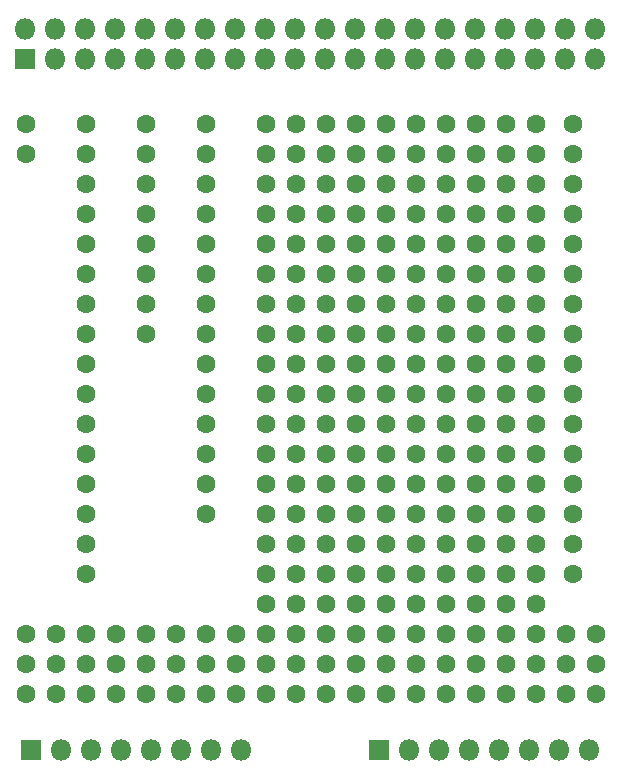
<source format=gbs>
%TF.GenerationSoftware,KiCad,Pcbnew,(5.0.0)*%
%TF.CreationDate,2018-10-23T17:17:04+02:00*%
%TF.ProjectId,S80 Breakout 2in,53383020427265616B6F75742032696E,1.0*%
%TF.SameCoordinates,Original*%
%TF.FileFunction,Soldermask,Bot*%
%TF.FilePolarity,Negative*%
%FSLAX46Y46*%
G04 Gerber Fmt 4.6, Leading zero omitted, Abs format (unit mm)*
G04 Created by KiCad (PCBNEW (5.0.0)) date 10/23/18 17:17:04*
%MOMM*%
%LPD*%
G01*
G04 APERTURE LIST*
%ADD10O,1.801600X1.801600*%
%ADD11R,1.801600X1.801600*%
%ADD12C,1.601600*%
G04 APERTURE END LIST*
D10*
X100304600Y-59207400D03*
X100304600Y-61747400D03*
X97764600Y-59207400D03*
X97764600Y-61747400D03*
X95224600Y-59207400D03*
X95224600Y-61747400D03*
X92684600Y-59207400D03*
X92684600Y-61747400D03*
X90144600Y-59207400D03*
X90144600Y-61747400D03*
X87604600Y-59207400D03*
X87604600Y-61747400D03*
X85064600Y-59207400D03*
X85064600Y-61747400D03*
X82524600Y-59207400D03*
X82524600Y-61747400D03*
X79984600Y-59207400D03*
X79984600Y-61747400D03*
X77444600Y-59207400D03*
X77444600Y-61747400D03*
X74904600Y-59207400D03*
X74904600Y-61747400D03*
X72364600Y-59207400D03*
X72364600Y-61747400D03*
X69824600Y-59207400D03*
X69824600Y-61747400D03*
X67284600Y-59207400D03*
X67284600Y-61747400D03*
X64744600Y-59207400D03*
X64744600Y-61747400D03*
X62204600Y-59207400D03*
X62204600Y-61747400D03*
X59664600Y-59207400D03*
X59664600Y-61747400D03*
X57124600Y-59207400D03*
X57124600Y-61747400D03*
X54584600Y-59207400D03*
X54584600Y-61747400D03*
X52044600Y-59207400D03*
D11*
X52044600Y-61747400D03*
D12*
X95250000Y-107950000D03*
X95250000Y-95250000D03*
X95250000Y-80010000D03*
X95250000Y-67310000D03*
X95250000Y-90170000D03*
X95250000Y-92710000D03*
X95250000Y-69850000D03*
X95250000Y-97790000D03*
X95250000Y-74930000D03*
X95250000Y-102870000D03*
X95250000Y-82550000D03*
X95250000Y-85090000D03*
X95250000Y-100330000D03*
X95250000Y-72390000D03*
X95250000Y-105410000D03*
X95250000Y-87630000D03*
X95250000Y-77470000D03*
X92710000Y-67310000D03*
X100330000Y-115570000D03*
X100330000Y-113030000D03*
X100330000Y-110490000D03*
X92710000Y-107950000D03*
X92710000Y-105410000D03*
X92710000Y-102870000D03*
X92710000Y-100330000D03*
X92710000Y-97790000D03*
X92710000Y-95250000D03*
X92710000Y-92710000D03*
X92710000Y-90170000D03*
X92710000Y-87630000D03*
X92710000Y-85090000D03*
X92710000Y-82550000D03*
X92710000Y-80010000D03*
X92710000Y-77470000D03*
X92710000Y-74930000D03*
X92710000Y-72390000D03*
X92710000Y-69850000D03*
X57150000Y-110490000D03*
X54610000Y-113030000D03*
X54610000Y-115570000D03*
X52070000Y-110490000D03*
X57150000Y-115570000D03*
X57150000Y-113030000D03*
X54610000Y-110490000D03*
X52070000Y-115570000D03*
X52070000Y-113030000D03*
X67310000Y-115570000D03*
X67310000Y-113030000D03*
X67310000Y-110490000D03*
X74930000Y-110490000D03*
X64770000Y-115570000D03*
X64770000Y-113030000D03*
X64770000Y-110490000D03*
X62230000Y-115570000D03*
X62230000Y-113030000D03*
X62230000Y-110490000D03*
X77470000Y-115570000D03*
X77470000Y-113030000D03*
X77470000Y-110490000D03*
X74930000Y-115570000D03*
X74930000Y-113030000D03*
X72390000Y-115570000D03*
X72390000Y-113030000D03*
X72390000Y-110490000D03*
X69850000Y-115570000D03*
X69850000Y-113030000D03*
X69850000Y-110490000D03*
X59690000Y-115570000D03*
X59690000Y-113030000D03*
X59690000Y-110490000D03*
X97790000Y-115570000D03*
X97790000Y-113030000D03*
X97790000Y-110490000D03*
X90170000Y-107950000D03*
X90170000Y-105410000D03*
X90170000Y-102870000D03*
X90170000Y-100330000D03*
X90170000Y-97790000D03*
X90170000Y-95250000D03*
X90170000Y-92710000D03*
X90170000Y-90170000D03*
X90170000Y-87630000D03*
X90170000Y-85090000D03*
X90170000Y-82550000D03*
X90170000Y-80010000D03*
X90170000Y-77470000D03*
X90170000Y-74930000D03*
X90170000Y-72390000D03*
X90170000Y-69850000D03*
X95250000Y-115570000D03*
X95250000Y-113030000D03*
X95250000Y-110490000D03*
X87630000Y-107950000D03*
X87630000Y-105410000D03*
X87630000Y-102870000D03*
X87630000Y-100330000D03*
X87630000Y-97790000D03*
X87630000Y-95250000D03*
X87630000Y-92710000D03*
X87630000Y-90170000D03*
X87630000Y-87630000D03*
X87630000Y-85090000D03*
X87630000Y-82550000D03*
X87630000Y-80010000D03*
X87630000Y-77470000D03*
X87630000Y-74930000D03*
X87630000Y-72390000D03*
X87630000Y-69850000D03*
X92710000Y-115570000D03*
X92710000Y-113030000D03*
X92710000Y-110490000D03*
X85090000Y-107950000D03*
X85090000Y-105410000D03*
X85090000Y-102870000D03*
X85090000Y-100330000D03*
X85090000Y-97790000D03*
X85090000Y-95250000D03*
X85090000Y-92710000D03*
X85090000Y-90170000D03*
X85090000Y-87630000D03*
X85090000Y-85090000D03*
X85090000Y-82550000D03*
X85090000Y-80010000D03*
X85090000Y-77470000D03*
X85090000Y-74930000D03*
X85090000Y-72390000D03*
X85090000Y-69850000D03*
X90170000Y-115570000D03*
X90170000Y-113030000D03*
X90170000Y-110490000D03*
X82550000Y-107950000D03*
X82550000Y-105410000D03*
X82550000Y-102870000D03*
X82550000Y-100330000D03*
X82550000Y-97790000D03*
X82550000Y-95250000D03*
X82550000Y-92710000D03*
X82550000Y-90170000D03*
X82550000Y-87630000D03*
X82550000Y-85090000D03*
X82550000Y-82550000D03*
X82550000Y-80010000D03*
X82550000Y-77470000D03*
X82550000Y-74930000D03*
X82550000Y-72390000D03*
X82550000Y-69850000D03*
X87630000Y-115570000D03*
X87630000Y-113030000D03*
X87630000Y-110490000D03*
X80010000Y-107950000D03*
X80010000Y-105410000D03*
X80010000Y-102870000D03*
X80010000Y-100330000D03*
X80010000Y-97790000D03*
X80010000Y-95250000D03*
X80010000Y-92710000D03*
X80010000Y-90170000D03*
X80010000Y-87630000D03*
X80010000Y-85090000D03*
X80010000Y-82550000D03*
X80010000Y-80010000D03*
X80010000Y-77470000D03*
X80010000Y-74930000D03*
X80010000Y-72390000D03*
X80010000Y-69850000D03*
X85090000Y-115570000D03*
X85090000Y-113030000D03*
X85090000Y-110490000D03*
X77470000Y-107950000D03*
X77470000Y-105410000D03*
X77470000Y-102870000D03*
X77470000Y-100330000D03*
X77470000Y-97790000D03*
X77470000Y-95250000D03*
X77470000Y-92710000D03*
X77470000Y-90170000D03*
X77470000Y-87630000D03*
X77470000Y-85090000D03*
X77470000Y-82550000D03*
X77470000Y-80010000D03*
X77470000Y-77470000D03*
X77470000Y-74930000D03*
X77470000Y-72390000D03*
X77470000Y-69850000D03*
X82550000Y-115570000D03*
X82550000Y-113030000D03*
X82550000Y-110490000D03*
X74930000Y-107950000D03*
X74930000Y-105410000D03*
X74930000Y-102870000D03*
X74930000Y-100330000D03*
X74930000Y-97790000D03*
X74930000Y-95250000D03*
X74930000Y-92710000D03*
X74930000Y-90170000D03*
X74930000Y-87630000D03*
X74930000Y-85090000D03*
X74930000Y-82550000D03*
X74930000Y-80010000D03*
X74930000Y-77470000D03*
X74930000Y-74930000D03*
X74930000Y-72390000D03*
X74930000Y-69850000D03*
X80010000Y-115570000D03*
X80010000Y-113030000D03*
X80010000Y-110490000D03*
X72390000Y-107950000D03*
X72390000Y-105410000D03*
X72390000Y-102870000D03*
X72390000Y-100330000D03*
X72390000Y-97790000D03*
X72390000Y-95250000D03*
X72390000Y-92710000D03*
X72390000Y-90170000D03*
X72390000Y-87630000D03*
X72390000Y-85090000D03*
X72390000Y-82550000D03*
X72390000Y-80010000D03*
X72390000Y-77470000D03*
X72390000Y-74930000D03*
X72390000Y-72390000D03*
X72390000Y-69850000D03*
X90170000Y-67310000D03*
X87630000Y-67310000D03*
X85090000Y-67310000D03*
X82550000Y-67310000D03*
X80010000Y-67310000D03*
X77470000Y-67310000D03*
X74930000Y-67310000D03*
X57150000Y-67310000D03*
X57150000Y-69850000D03*
X57150000Y-72390000D03*
X57150000Y-74930000D03*
X57150000Y-77470000D03*
X57150000Y-80010000D03*
X57150000Y-82550000D03*
X57150000Y-85090000D03*
X57150000Y-87630000D03*
X57150000Y-90170000D03*
X57150000Y-92710000D03*
X57150000Y-95250000D03*
X57150000Y-97790000D03*
X57150000Y-100330000D03*
X57150000Y-102870000D03*
X57150000Y-105410000D03*
X62230000Y-67310000D03*
X62230000Y-69850000D03*
X62230000Y-72390000D03*
X62230000Y-74930000D03*
X62230000Y-77470000D03*
X62230000Y-80010000D03*
X62230000Y-82550000D03*
X62230000Y-85090000D03*
X67310000Y-67310000D03*
X67310000Y-69850000D03*
X67310000Y-72390000D03*
X67310000Y-74930000D03*
X67310000Y-77470000D03*
X67310000Y-80010000D03*
X67310000Y-82550000D03*
X67310000Y-85090000D03*
X67310000Y-87630000D03*
X67310000Y-90170000D03*
X67310000Y-92710000D03*
X67310000Y-95250000D03*
X67310000Y-97790000D03*
X67310000Y-100330000D03*
X52070000Y-67310000D03*
X52070000Y-69850000D03*
X98425000Y-67310000D03*
X98425000Y-69850000D03*
X98425000Y-72390000D03*
X98425000Y-74930000D03*
X98425000Y-77470000D03*
X98425000Y-80010000D03*
X98425000Y-82550000D03*
X98425000Y-85090000D03*
X98425000Y-87630000D03*
X98425000Y-90170000D03*
X98425000Y-92710000D03*
X98425000Y-95250000D03*
X98425000Y-97790000D03*
X98425000Y-100330000D03*
X98425000Y-102870000D03*
X98425000Y-105410000D03*
X72390000Y-67310000D03*
D10*
X70281800Y-120269000D03*
X67741800Y-120269000D03*
X65201800Y-120269000D03*
X62661800Y-120269000D03*
X60121800Y-120269000D03*
X57581800Y-120269000D03*
X55041800Y-120269000D03*
D11*
X52501800Y-120269000D03*
D10*
X99745800Y-120269000D03*
X97205800Y-120269000D03*
X94665800Y-120269000D03*
X92125800Y-120269000D03*
X89585800Y-120269000D03*
X87045800Y-120269000D03*
X84505800Y-120269000D03*
D11*
X81965800Y-120269000D03*
M02*

</source>
